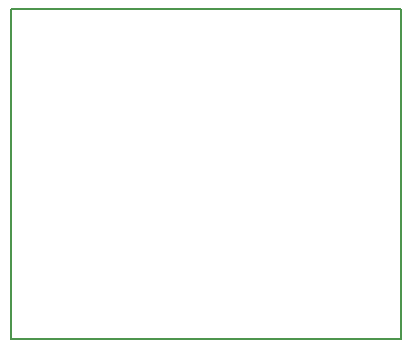
<source format=gbr>
G04 #@! TF.FileFunction,Profile,NP*
%FSLAX46Y46*%
G04 Gerber Fmt 4.6, Leading zero omitted, Abs format (unit mm)*
G04 Created by KiCad (PCBNEW 4.0.7) date 01/30/19 19:44:05*
%MOMM*%
%LPD*%
G01*
G04 APERTURE LIST*
%ADD10C,0.100000*%
%ADD11C,0.150000*%
G04 APERTURE END LIST*
D10*
D11*
X167640000Y-71120000D02*
X167640000Y-73025000D01*
X134620000Y-71120000D02*
X167640000Y-71120000D01*
X134620000Y-99060000D02*
X134620000Y-71120000D01*
X167640000Y-99060000D02*
X134620000Y-99060000D01*
X167640000Y-73025000D02*
X167640000Y-99060000D01*
M02*

</source>
